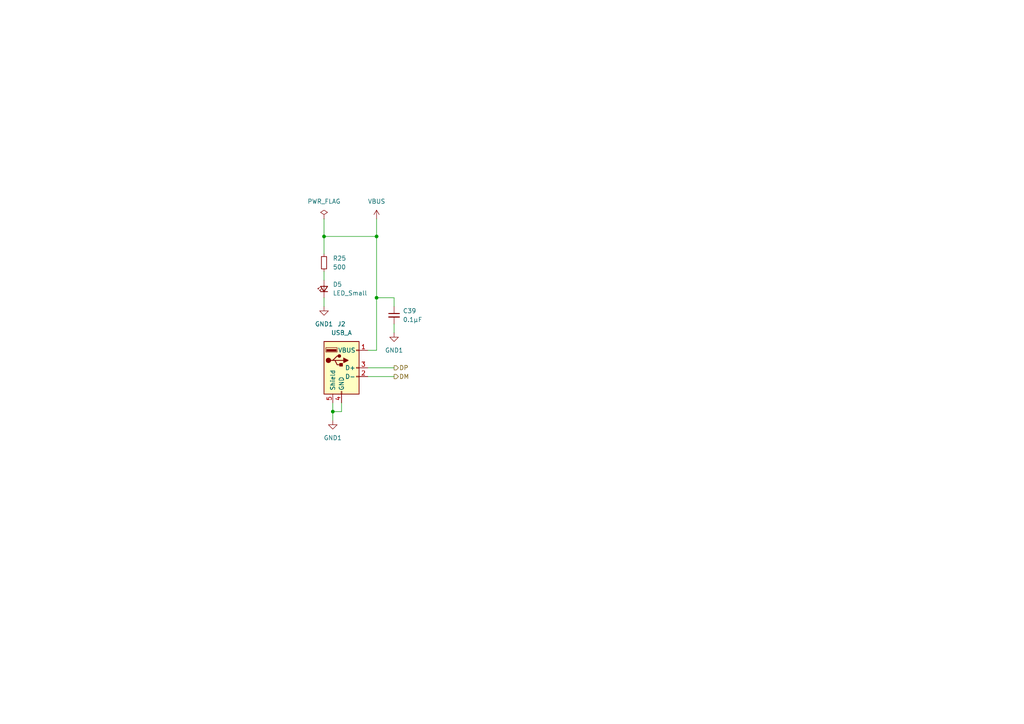
<source format=kicad_sch>
(kicad_sch (version 20230121) (generator eeschema)
  (paper "A4")
  (lib_symbols
    (symbol "Connector:USB_A" (pin_names (offset 1.016))
      (property "Reference" "J" (at -5.08 11.43 0))
      (property "Value" "USB_A" (at -5.08 8.89 0))
      (symbol "USB_A_0_1"
        (rectangle (start -5.08 -7.62) (end 5.08 7.62) (stroke (width 0.254)) (fill (type background)))
        (circle (center -3.81 2.159) (radius 0.635) (stroke (width 0.254)) (fill (type outline)))
        (rectangle (start -1.524 4.826) (end -4.318 5.334) (fill (type outline)))
        (rectangle (start -1.27 4.572) (end -4.572 5.842))
        (circle (center -0.635 3.429) (radius 0.381) (stroke (width 0.254)) (fill (type outline)))
        (rectangle (start -0.127 -7.62) (end 0.127 -6.858))
        (polyline (pts (xy -3.175 2.159) (xy -2.54 2.159) (xy -1.27 3.429) (xy -0.635 3.429)) (stroke (width 0.254)))
        (polyline (pts (xy -2.54 2.159) (xy -1.905 2.159) (xy -1.27 0.889) (xy 0 0.889)) (stroke (width 0.254)))
        (polyline (pts (xy 0.635 2.794) (xy 0.635 1.524) (xy 1.905 2.159) (xy 0.635 2.794)) (stroke (width 0.254)) (fill (type outline)))
        (rectangle (start 0.254 1.27) (end -0.508 0.508) (stroke (width 0.254)) (fill (type outline)))
        (rectangle (start 5.08 -2.667) (end 4.318 -2.413))
        (rectangle (start 5.08 -0.127) (end 4.318 0.127))
        (rectangle (start 5.08 4.953) (end 4.318 5.207))
      )
      (symbol "USB_A_1_1"
        (polyline (pts (xy -1.905 2.159) (xy 0.635 2.159)) (stroke (width 0.254)))
        (pin power_in line (at 7.62 5.08 180) (length 2.54) (name "VBUS") (number "1"))
        (pin bidirectional line (at 7.62 -2.54 180) (length 2.54) (name "D-") (number "2"))
        (pin bidirectional line (at 7.62 0 180) (length 2.54) (name "D+") (number "3"))
        (pin power_in line (at 0 -10.16 90) (length 2.54) (name "GND") (number "4"))
        (pin passive line (at -2.54 -10.16 90) (length 2.54) (name "Shield") (number "5"))
      )
    )
    (symbol "Device:C_Small" (pin_numbers hide) (pin_names (offset 0.254) hide)
      (property "Reference" "C" (at 0.254 1.778 0))
      (property "Value" "C_Small" (at 0.254 -2.032 0))
      (symbol "C_Small_0_1"
        (polyline (pts (xy -1.524 -0.508) (xy 1.524 -0.508)) (stroke (width 0.3302)))
        (polyline (pts (xy -1.524 0.508) (xy 1.524 0.508)) (stroke (width 0.3048)))
      )
      (symbol "C_Small_1_1"
        (pin passive line (at 0 2.54 270) (length 2.032) (name "~") (number "1"))
        (pin passive line (at 0 -2.54 90) (length 2.032) (name "~") (number "2"))
      )
    )
    (symbol "Device:LED_Small" (pin_numbers hide) (pin_names (offset 0.254) hide)
      (property "Reference" "D" (at -1.27 3.175 0))
      (property "Value" "LED_Small" (at -4.445 -2.54 0))
      (symbol "LED_Small_0_1"
        (polyline (pts (xy -0.762 -1.016) (xy -0.762 1.016)) (stroke (width 0.254)))
        (polyline (pts (xy 1.016 0) (xy -0.762 0)))
        (polyline (pts (xy 0.762 -1.016) (xy -0.762 0) (xy 0.762 1.016) (xy 0.762 -1.016)) (stroke (width 0.254)))
        (polyline (pts (xy 0 0.762) (xy -0.508 1.27) (xy -0.254 1.27) (xy -0.508 1.27) (xy -0.508 1.016)))
        (polyline (pts (xy 0.508 1.27) (xy 0 1.778) (xy 0.254 1.778) (xy 0 1.778) (xy 0 1.524)))
      )
      (symbol "LED_Small_1_1"
        (pin passive line (at -2.54 0 0) (length 1.778) (name "K") (number "1"))
        (pin passive line (at 2.54 0 180) (length 1.778) (name "A") (number "2"))
      )
    )
    (symbol "Device:R_Small" (pin_numbers hide) (pin_names (offset 0.254) hide)
      (property "Reference" "R" (at 0.762 0.508 0))
      (property "Value" "R_Small" (at 0.762 -1.016 0))
      (symbol "R_Small_0_1"
        (rectangle (start -0.762 1.778) (end 0.762 -1.778) (stroke (width 0.2032)))
      )
      (symbol "R_Small_1_1"
        (pin passive line (at 0 2.54 270) (length 0.762) (name "~") (number "1"))
        (pin passive line (at 0 -2.54 90) (length 0.762) (name "~") (number "2"))
      )
    )
    (symbol "power:GND1" (power) (pin_names (offset 0))
      (property "Value" "GND1" (at 0 -3.81 0))
      (symbol "GND1_0_1"
        (polyline (pts (xy 0 0) (xy 0 -1.27) (xy 1.27 -1.27) (xy 0 -2.54) (xy -1.27 -1.27) (xy 0 -1.27)))
      )
      (symbol "GND1_1_1"
        (pin power_in line (at 0 0 270) (length 0) hide (name "GND1") (number "1"))
      )
    )
    (symbol "power:PWR_FLAG" (power) (pin_numbers hide) (pin_names (offset 0) hide)
      (property "Value" "PWR_FLAG" (at 0 3.81 0))
      (symbol "PWR_FLAG_0_0"
        (pin power_out line (at 0 0 90) (length 0) (name "pwr") (number "1"))
      )
      (symbol "PWR_FLAG_0_1"
        (polyline (pts (xy 0 0) (xy 0 1.27) (xy -1.016 1.905) (xy 0 2.54) (xy 1.016 1.905) (xy 0 1.27)))
      )
    )
    (symbol "power:VBUS" (power) (pin_names (offset 0))
      (property "Value" "VBUS" (at 0 3.81 0))
      (symbol "VBUS_0_1"
        (polyline (pts (xy -0.762 1.27) (xy 0 2.54)))
        (polyline (pts (xy 0 0) (xy 0 2.54)))
        (polyline (pts (xy 0 2.54) (xy 0.762 1.27)))
      )
      (symbol "VBUS_1_1"
        (pin power_in line (at 0 0 90) (length 0) hide (name "VBUS") (number "1"))
      )
    )
  )
  (junction (at 109.22 68.58))
  (junction (at 96.52 119.38))
  (junction (at 93.98 68.58))
  (junction (at 109.22 86.36))
  (wire (pts (xy 109.22 86.36) (xy 109.22 101.6)))
  (wire (pts (xy 96.52 119.38) (xy 99.06 119.38)))
  (wire (pts (xy 96.52 119.38) (xy 96.52 121.92)))
  (wire (pts (xy 99.06 116.84) (xy 99.06 119.38)))
  (wire (pts (xy 93.98 86.36) (xy 93.98 88.9)))
  (wire (pts (xy 93.98 73.66) (xy 93.98 68.58)))
  (wire (pts (xy 114.3 93.98) (xy 114.3 96.52)))
  (wire (pts (xy 93.98 78.74) (xy 93.98 81.28)))
  (wire (pts (xy 106.68 109.22) (xy 114.3 109.22)))
  (wire (pts (xy 109.22 63.5) (xy 109.22 68.58)))
  (wire (pts (xy 106.68 106.68) (xy 114.3 106.68)))
  (wire (pts (xy 93.98 68.58) (xy 109.22 68.58)))
  (wire (pts (xy 114.3 88.9) (xy 114.3 86.36)))
  (wire (pts (xy 109.22 101.6) (xy 106.68 101.6)))
  (wire (pts (xy 114.3 86.36) (xy 109.22 86.36)))
  (wire (pts (xy 109.22 68.58) (xy 109.22 86.36)))
  (wire (pts (xy 93.98 63.5) (xy 93.98 68.58)))
  (wire (pts (xy 96.52 116.84) (xy 96.52 119.38)))
  (hierarchical_label "DP" (shape output) (at 114.3 106.68 0))
  (hierarchical_label "DM" (shape output) (at 114.3 109.22 0))
  (symbol (lib_id "Device:R_Small") (at 93.98 76.2 0) (unit 1)
    (property "Reference" "R25" (at 96.52 74.93 0) (effects (justify left)))
    (property "Value" "500" (at 96.52 77.47 0) (effects (justify left)))
    (property "Footprint" "Resistor_SMD:R_0603_1608Metric" (effects hide))
    (instances (project "amurNutzlast" (path "" (reference "R25") (unit 1)) (path "" (reference "R27") (unit 1))))
  )
  (symbol (lib_id "power:VBUS") (at 109.22 63.5 0) (unit 1)
    (property "Reference" "#PWR083" (effects hide))
    (property "Value" "VBUS" (at 109.22 58.42 0))
    (instances (project "amurNutzlast" (path "" (reference "#PWR083") (unit 1)) (path "" (reference "#PWR092") (unit 1))))
  )
  (symbol (lib_id "power:GND1") (at 114.3 96.52 0) (unit 1)
    (property "Reference" "#PWR082" (effects hide))
    (property "Value" "GND1" (at 114.3 101.6 0))
    (instances (project "amurNutzlast" (path "" (reference "#PWR082") (unit 1)) (path "" (reference "#PWR093") (unit 1))))
  )
  (symbol (lib_id "Device:LED_Small") (at 93.98 83.82 90) (unit 1)
    (property "Reference" "D5" (at 96.52 82.4865 90) (effects (justify right)))
    (property "Value" "LED_Small" (at 96.52 85.0265 90) (effects (justify right)))
    (property "Footprint" "LED_SMD:LED_0603_1608Metric" (effects hide))
    (instances (project "amurNutzlast" (path "" (reference "D5") (unit 1)) (path "" (reference "D6") (unit 1))))
  )
  (symbol (lib_id "power:GND1") (at 96.52 121.92 0) (unit 1)
    (property "Reference" "#PWR056" (effects hide))
    (property "Value" "GND1" (at 96.52 127 0))
    (instances (project "amurNutzlast" (path "" (reference "#PWR056") (unit 1)) (path "" (reference "#PWR091") (unit 1))))
  )
  (symbol (lib_id "Connector:USB_A") (at 99.06 106.68 0) (unit 1)
    (property "Reference" "J2" (at 99.06 93.98 0))
    (property "Value" "USB_A" (at 99.06 96.52 0))
    (property "Footprint" "Connector_USB:USB_A_CNCTech_1001-011-01101_Horizontal" (effects hide))
    (property "Datasheet" "https://www.mouser.de/ProductDetail/Molex/48037-2200?qs=naUSJSqnqcIBwHMiwQ2VeA%3D%3D" (effects hide))
    (instances (project "amurNutzlast" (path "" (reference "J2") (unit 1)) (path "" (reference "J6") (unit 1))))
  )
  (symbol (lib_id "power:GND1") (at 93.98 88.9 0) (unit 1)
    (property "Reference" "#PWR085" (effects hide))
    (property "Value" "GND1" (at 93.98 93.98 0))
    (instances (project "amurNutzlast" (path "" (reference "#PWR085") (unit 1)) (path "" (reference "#PWR090") (unit 1))))
  )
  (symbol (lib_id "Device:C_Small") (at 114.3 91.44 0) (unit 1)
    (property "Reference" "C39" (at 116.84 90.1763 0) (effects (justify left)))
    (property "Value" "0.1µF" (at 116.84 92.7163 0) (effects (justify left)))
    (property "Footprint" "Capacitor_SMD:C_0603_1608Metric" (effects hide))
    (instances (project "amurNutzlast" (path "" (reference "C39") (unit 1)) (path "" (reference "C42") (unit 1))))
  )
  (symbol (lib_id "power:PWR_FLAG") (at 93.98 63.5 0) (unit 1)
    (property "Reference" "#FLG01" (effects hide))
    (property "Value" "PWR_FLAG" (at 93.98 58.42 0))
    (instances (project "amurNutzlast" (path "" (reference "#FLG01") (unit 1)) (path "" (reference "#FLG03") (unit 1)) (path "" (reference "#FLG04") (unit 1))))
  )
)
</source>
